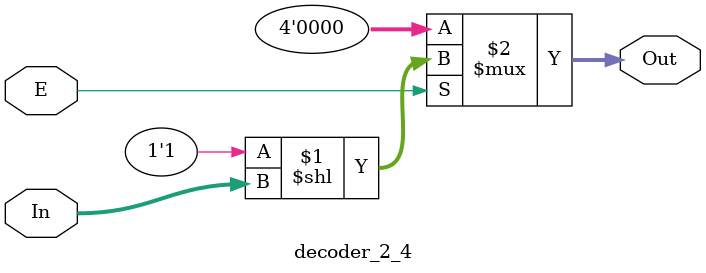
<source format=v>
module decoder_2_4(E , In , Out);
input E;                            //宣告E為1bit的輸入埠
input [1:0] In;                     //宣告In為2bit的輸入埠
output [3:0]Out;                    //宣告Out為4bit的輸出埠
wire [3:0] Out;                     //宣告腳位資料型態  
assign Out = E ? 1'b1 << In : 4'h0; //如果E=1,Out = 0001 並左移In個位元
endmodule                           //如果E=0,不運作 Out全為0

</source>
